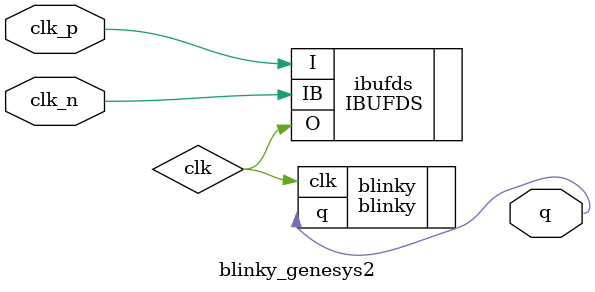
<source format=v>
module blinky_genesys2
  (input wire  clk_p,
   input wire  clk_n,
   output wire q);

   wire        clk;

   IBUFDS ibufds
     (.I  (clk_p),
      .IB (clk_n),
      .O  (clk));

   blinky #(.clk_freq_hz (200_000_000)) blinky
     (.clk (clk),
      .q   (q));

endmodule

</source>
